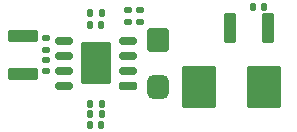
<source format=gtp>
G04*
G04 #@! TF.GenerationSoftware,Altium Limited,Altium Designer,21.2.1 (34)*
G04*
G04 Layer_Color=8421504*
%FSTAX24Y24*%
%MOIN*%
G70*
G04*
G04 #@! TF.SameCoordinates,A22D48CB-26DB-4B69-BEBB-7B905E74D0D0*
G04*
G04*
G04 #@! TF.FilePolarity,Positive*
G04*
G01*
G75*
G04:AMPARAMS|DCode=14|XSize=23.6mil|YSize=61mil|CornerRadius=2.4mil|HoleSize=0mil|Usage=FLASHONLY|Rotation=270.000|XOffset=0mil|YOffset=0mil|HoleType=Round|Shape=RoundedRectangle|*
%AMROUNDEDRECTD14*
21,1,0.0236,0.0563,0,0,270.0*
21,1,0.0189,0.0610,0,0,270.0*
1,1,0.0047,-0.0282,-0.0094*
1,1,0.0047,-0.0282,0.0094*
1,1,0.0047,0.0282,0.0094*
1,1,0.0047,0.0282,-0.0094*
%
%ADD14ROUNDEDRECTD14*%
G04:AMPARAMS|DCode=15|XSize=23.6mil|YSize=61mil|CornerRadius=5.9mil|HoleSize=0mil|Usage=FLASHONLY|Rotation=270.000|XOffset=0mil|YOffset=0mil|HoleType=Round|Shape=RoundedRectangle|*
%AMROUNDEDRECTD15*
21,1,0.0236,0.0492,0,0,270.0*
21,1,0.0118,0.0610,0,0,270.0*
1,1,0.0118,-0.0246,-0.0059*
1,1,0.0118,-0.0246,0.0059*
1,1,0.0118,0.0246,0.0059*
1,1,0.0118,0.0246,-0.0059*
%
%ADD15ROUNDEDRECTD15*%
G04:AMPARAMS|DCode=16|XSize=138.2mil|YSize=103.2mil|CornerRadius=5.2mil|HoleSize=0mil|Usage=FLASHONLY|Rotation=270.000|XOffset=0mil|YOffset=0mil|HoleType=Round|Shape=RoundedRectangle|*
%AMROUNDEDRECTD16*
21,1,0.1382,0.0928,0,0,270.0*
21,1,0.1279,0.1032,0,0,270.0*
1,1,0.0103,-0.0464,-0.0639*
1,1,0.0103,-0.0464,0.0639*
1,1,0.0103,0.0464,0.0639*
1,1,0.0103,0.0464,-0.0639*
%
%ADD16ROUNDEDRECTD16*%
G04:AMPARAMS|DCode=17|XSize=39.4mil|YSize=98.4mil|CornerRadius=3.9mil|HoleSize=0mil|Usage=FLASHONLY|Rotation=0.000|XOffset=0mil|YOffset=0mil|HoleType=Round|Shape=RoundedRectangle|*
%AMROUNDEDRECTD17*
21,1,0.0394,0.0906,0,0,0.0*
21,1,0.0315,0.0984,0,0,0.0*
1,1,0.0079,0.0157,-0.0453*
1,1,0.0079,-0.0157,-0.0453*
1,1,0.0079,-0.0157,0.0453*
1,1,0.0079,0.0157,0.0453*
%
%ADD17ROUNDEDRECTD17*%
G04:AMPARAMS|DCode=18|XSize=70.9mil|YSize=78.7mil|CornerRadius=7.1mil|HoleSize=0mil|Usage=FLASHONLY|Rotation=180.000|XOffset=0mil|YOffset=0mil|HoleType=Round|Shape=RoundedRectangle|*
%AMROUNDEDRECTD18*
21,1,0.0709,0.0646,0,0,180.0*
21,1,0.0567,0.0787,0,0,180.0*
1,1,0.0142,-0.0283,0.0323*
1,1,0.0142,0.0283,0.0323*
1,1,0.0142,0.0283,-0.0323*
1,1,0.0142,-0.0283,-0.0323*
%
%ADD18ROUNDEDRECTD18*%
G04:AMPARAMS|DCode=19|XSize=70.9mil|YSize=78.7mil|CornerRadius=17.7mil|HoleSize=0mil|Usage=FLASHONLY|Rotation=180.000|XOffset=0mil|YOffset=0mil|HoleType=Round|Shape=RoundedRectangle|*
%AMROUNDEDRECTD19*
21,1,0.0709,0.0433,0,0,180.0*
21,1,0.0354,0.0787,0,0,180.0*
1,1,0.0354,-0.0177,0.0217*
1,1,0.0354,0.0177,0.0217*
1,1,0.0354,0.0177,-0.0217*
1,1,0.0354,-0.0177,-0.0217*
%
%ADD19ROUNDEDRECTD19*%
G04:AMPARAMS|DCode=20|XSize=116.1mil|YSize=137.8mil|CornerRadius=5.8mil|HoleSize=0mil|Usage=FLASHONLY|Rotation=0.000|XOffset=0mil|YOffset=0mil|HoleType=Round|Shape=RoundedRectangle|*
%AMROUNDEDRECTD20*
21,1,0.1161,0.1262,0,0,0.0*
21,1,0.1045,0.1378,0,0,0.0*
1,1,0.0116,0.0523,-0.0631*
1,1,0.0116,-0.0523,-0.0631*
1,1,0.0116,-0.0523,0.0631*
1,1,0.0116,0.0523,0.0631*
%
%ADD20ROUNDEDRECTD20*%
G04:AMPARAMS|DCode=21|XSize=23.6mil|YSize=19.7mil|CornerRadius=2mil|HoleSize=0mil|Usage=FLASHONLY|Rotation=180.000|XOffset=0mil|YOffset=0mil|HoleType=Round|Shape=RoundedRectangle|*
%AMROUNDEDRECTD21*
21,1,0.0236,0.0157,0,0,180.0*
21,1,0.0197,0.0197,0,0,180.0*
1,1,0.0039,-0.0098,0.0079*
1,1,0.0039,0.0098,0.0079*
1,1,0.0039,0.0098,-0.0079*
1,1,0.0039,-0.0098,-0.0079*
%
%ADD21ROUNDEDRECTD21*%
G04:AMPARAMS|DCode=22|XSize=23.6mil|YSize=19.7mil|CornerRadius=3mil|HoleSize=0mil|Usage=FLASHONLY|Rotation=0.000|XOffset=0mil|YOffset=0mil|HoleType=Round|Shape=RoundedRectangle|*
%AMROUNDEDRECTD22*
21,1,0.0236,0.0138,0,0,0.0*
21,1,0.0177,0.0197,0,0,0.0*
1,1,0.0059,0.0089,-0.0069*
1,1,0.0059,-0.0089,-0.0069*
1,1,0.0059,-0.0089,0.0069*
1,1,0.0059,0.0089,0.0069*
%
%ADD22ROUNDEDRECTD22*%
G04:AMPARAMS|DCode=23|XSize=23.6mil|YSize=19.7mil|CornerRadius=3mil|HoleSize=0mil|Usage=FLASHONLY|Rotation=270.000|XOffset=0mil|YOffset=0mil|HoleType=Round|Shape=RoundedRectangle|*
%AMROUNDEDRECTD23*
21,1,0.0236,0.0138,0,0,270.0*
21,1,0.0177,0.0197,0,0,270.0*
1,1,0.0059,-0.0069,-0.0089*
1,1,0.0059,-0.0069,0.0089*
1,1,0.0059,0.0069,0.0089*
1,1,0.0059,0.0069,-0.0089*
%
%ADD23ROUNDEDRECTD23*%
G04:AMPARAMS|DCode=24|XSize=23.6mil|YSize=19.7mil|CornerRadius=2mil|HoleSize=0mil|Usage=FLASHONLY|Rotation=270.000|XOffset=0mil|YOffset=0mil|HoleType=Round|Shape=RoundedRectangle|*
%AMROUNDEDRECTD24*
21,1,0.0236,0.0157,0,0,270.0*
21,1,0.0197,0.0197,0,0,270.0*
1,1,0.0039,-0.0079,-0.0098*
1,1,0.0039,-0.0079,0.0098*
1,1,0.0039,0.0079,0.0098*
1,1,0.0039,0.0079,-0.0098*
%
%ADD24ROUNDEDRECTD24*%
G04:AMPARAMS|DCode=25|XSize=39.4mil|YSize=98.4mil|CornerRadius=3.9mil|HoleSize=0mil|Usage=FLASHONLY|Rotation=270.000|XOffset=0mil|YOffset=0mil|HoleType=Round|Shape=RoundedRectangle|*
%AMROUNDEDRECTD25*
21,1,0.0394,0.0906,0,0,270.0*
21,1,0.0315,0.0984,0,0,270.0*
1,1,0.0079,-0.0453,-0.0157*
1,1,0.0079,-0.0453,0.0157*
1,1,0.0079,0.0453,0.0157*
1,1,0.0079,0.0453,-0.0157*
%
%ADD25ROUNDEDRECTD25*%
D14*
X098778Y027234D02*
D03*
D15*
Y027734D02*
D03*
Y028234D02*
D03*
Y028734D02*
D03*
X096652Y027734D02*
D03*
Y028234D02*
D03*
Y028734D02*
D03*
Y027234D02*
D03*
D16*
X097715Y027984D02*
D03*
D17*
X103463Y029165D02*
D03*
X102203D02*
D03*
D18*
X099782Y028771D02*
D03*
D19*
Y027197D02*
D03*
D20*
X103315Y027197D02*
D03*
X10117Y027197D02*
D03*
D21*
X096061Y028431D02*
D03*
Y028824D02*
D03*
X099182Y029362D02*
D03*
Y029756D02*
D03*
X098788Y029362D02*
D03*
Y029756D02*
D03*
D22*
X096061Y028096D02*
D03*
Y027742D02*
D03*
D23*
X102951Y029854D02*
D03*
X103306D02*
D03*
X097538Y025937D02*
D03*
X097892D02*
D03*
Y029263D02*
D03*
X097538D02*
D03*
D24*
X097912Y026291D02*
D03*
X097518D02*
D03*
Y026645D02*
D03*
X097912D02*
D03*
X097912Y029657D02*
D03*
X097518D02*
D03*
D25*
X095274Y028884D02*
D03*
Y027624D02*
D03*
M02*

</source>
